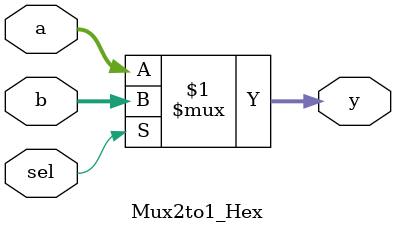
<source format=v>
`ifndef SELECTOR_V
`define SELECTOR_V

module GateLevelSelector(
    input wire d0,
    input wire d1,
    input wire s,
    output q
);
    // s 为 0 时 选择 d0，s 为 1时选择 d1
    // 写dnf，或者考虑 s 和 ~s 作为 “掩码”

    // q = (~s & d0) | (s & d1) =  ~(~s & d0) ~& ~(s & d1) = (~s ~& d0) ~& (s ~& d1)

    assign q = (~s ~& d0) ~& (s ~& d1); 
    
endmodule


module BasicSelector(
    input wire d0,
    input wire d1,
    input wire s,
    output q
);
    assign q = s ? d1 : d0;
endmodule

module Mux2to1_Hex(
    input [15:0] a,  // 输入a
    input [15:0] b,  // 输入b
    input sel,  // 选择信号
    output [15:0] y   // 输出
);
    // 选择器逻辑
    assign y = (sel) ? b : a;
endmodule


`ifdef TB_SELECTOR
`timescale 1ns / 1ps

module tb_Selector;

    // Inputs
    reg d0;
    reg d1;
    reg s;

    // Outputs
    wire q1;
    wire q2;

    // Instantiate the Gate Level Selector Module
    GateLevelSelector gls (
        .d0(d0), 
        .d1(d1), 
        .s(s), 
        .q(q1)
    );

    // Instantiate the Basic Selector Module
    BasicSelector bs (
        .d0(d0), 
        .d1(d1), 
        .s(s), 
        .q(q2)
    );

    // Initialize all variables
    initial begin
        // Initialize Inputs
        d0 = 0;
        d1 = 0;
        s = 0;

        // Wait 100 ns for global reset to finish
        #100;
        
        // Add stimulus here
        $display("Test     |  d0 | d1  | s | q1 (GL)| q2 (Basic) ");
        $monitor("%-8t |  %b  |  %b  | %b |   %b    |    %b", $time, d0, d1, s, q1, q2);

        // Test all input combinations
        d0 = 0; d1 = 0; s = 0; #10;
        d0 = 0; d1 = 0; s = 1; #10;
        d0 = 0; d1 = 1; s = 0; #10;
        d0 = 0; d1 = 1; s = 1; #10;
        d0 = 1; d1 = 0; s = 0; #10;
        d0 = 1; d1 = 0; s = 1; #10;
        d0 = 1; d1 = 1; s = 0; #10;
        d0 = 1; d1 = 1; s = 1; #10;

        $finish;
    end
      
endmodule
`endif
`endif // SELECTOR_V

</source>
